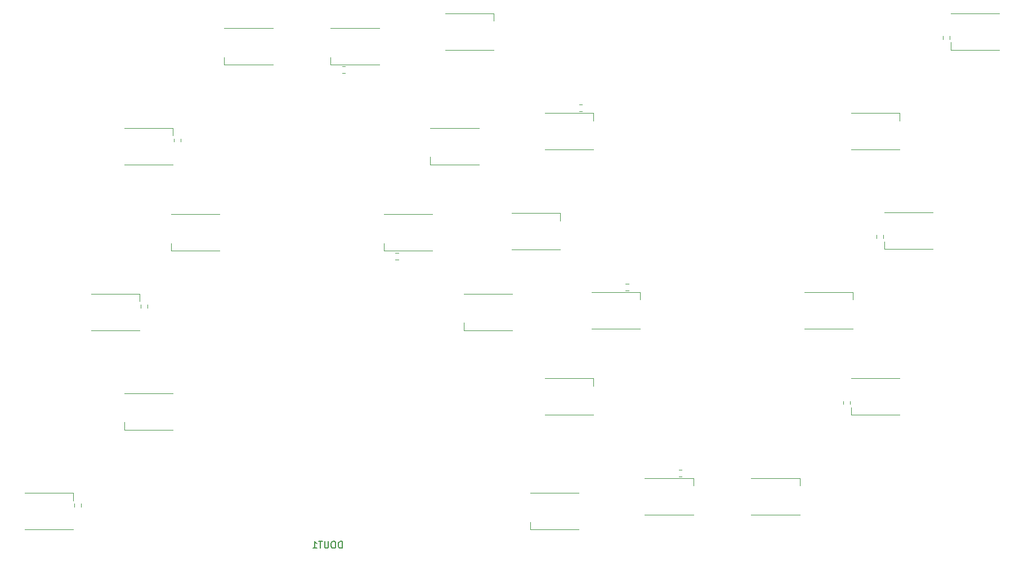
<source format=gbr>
%TF.GenerationSoftware,KiCad,Pcbnew,8.0.3*%
%TF.CreationDate,2024-12-20T11:05:53+01:00*%
%TF.ProjectId,christmas-tree,63687269-7374-46d6-9173-2d747265652e,rev?*%
%TF.SameCoordinates,Original*%
%TF.FileFunction,Legend,Bot*%
%TF.FilePolarity,Positive*%
%FSLAX46Y46*%
G04 Gerber Fmt 4.6, Leading zero omitted, Abs format (unit mm)*
G04 Created by KiCad (PCBNEW 8.0.3) date 2024-12-20 11:05:53*
%MOMM*%
%LPD*%
G01*
G04 APERTURE LIST*
%ADD10C,0.150000*%
%ADD11C,0.120000*%
G04 APERTURE END LIST*
D10*
X106616666Y-152004819D02*
X106616666Y-151004819D01*
X106616666Y-151004819D02*
X106378571Y-151004819D01*
X106378571Y-151004819D02*
X106235714Y-151052438D01*
X106235714Y-151052438D02*
X106140476Y-151147676D01*
X106140476Y-151147676D02*
X106092857Y-151242914D01*
X106092857Y-151242914D02*
X106045238Y-151433390D01*
X106045238Y-151433390D02*
X106045238Y-151576247D01*
X106045238Y-151576247D02*
X106092857Y-151766723D01*
X106092857Y-151766723D02*
X106140476Y-151861961D01*
X106140476Y-151861961D02*
X106235714Y-151957200D01*
X106235714Y-151957200D02*
X106378571Y-152004819D01*
X106378571Y-152004819D02*
X106616666Y-152004819D01*
X105426190Y-151004819D02*
X105235714Y-151004819D01*
X105235714Y-151004819D02*
X105140476Y-151052438D01*
X105140476Y-151052438D02*
X105045238Y-151147676D01*
X105045238Y-151147676D02*
X104997619Y-151338152D01*
X104997619Y-151338152D02*
X104997619Y-151671485D01*
X104997619Y-151671485D02*
X105045238Y-151861961D01*
X105045238Y-151861961D02*
X105140476Y-151957200D01*
X105140476Y-151957200D02*
X105235714Y-152004819D01*
X105235714Y-152004819D02*
X105426190Y-152004819D01*
X105426190Y-152004819D02*
X105521428Y-151957200D01*
X105521428Y-151957200D02*
X105616666Y-151861961D01*
X105616666Y-151861961D02*
X105664285Y-151671485D01*
X105664285Y-151671485D02*
X105664285Y-151338152D01*
X105664285Y-151338152D02*
X105616666Y-151147676D01*
X105616666Y-151147676D02*
X105521428Y-151052438D01*
X105521428Y-151052438D02*
X105426190Y-151004819D01*
X104569047Y-151004819D02*
X104569047Y-151814342D01*
X104569047Y-151814342D02*
X104521428Y-151909580D01*
X104521428Y-151909580D02*
X104473809Y-151957200D01*
X104473809Y-151957200D02*
X104378571Y-152004819D01*
X104378571Y-152004819D02*
X104188095Y-152004819D01*
X104188095Y-152004819D02*
X104092857Y-151957200D01*
X104092857Y-151957200D02*
X104045238Y-151909580D01*
X104045238Y-151909580D02*
X103997619Y-151814342D01*
X103997619Y-151814342D02*
X103997619Y-151004819D01*
X103664285Y-151004819D02*
X103092857Y-151004819D01*
X103378571Y-152004819D02*
X103378571Y-151004819D01*
X102235714Y-152004819D02*
X102807142Y-152004819D01*
X102521428Y-152004819D02*
X102521428Y-151004819D01*
X102521428Y-151004819D02*
X102616666Y-151147676D01*
X102616666Y-151147676D02*
X102711904Y-151242914D01*
X102711904Y-151242914D02*
X102807142Y-151290533D01*
D11*
%TO.C,D135*%
X198150000Y-76950000D02*
X205450000Y-76950000D01*
X198150000Y-75800000D02*
X198150000Y-76950000D01*
X198150000Y-71450000D02*
X205450000Y-71450000D01*
%TO.C,D114*%
X76200000Y-113700000D02*
X68900000Y-113700000D01*
X76200000Y-114850000D02*
X76200000Y-113700000D01*
X76200000Y-119200000D02*
X68900000Y-119200000D01*
%TO.C,D115*%
X80900000Y-101700000D02*
X88200000Y-101700000D01*
X80900000Y-106050000D02*
X80900000Y-107200000D01*
X80900000Y-107200000D02*
X88200000Y-107200000D01*
%TO.C,C109*%
X76327500Y-115787258D02*
X76327500Y-115312742D01*
X77372500Y-115787258D02*
X77372500Y-115312742D01*
%TO.C,D141*%
X159450000Y-146950000D02*
X152150000Y-146950000D01*
X159450000Y-142600000D02*
X159450000Y-141450000D01*
X159450000Y-141450000D02*
X152150000Y-141450000D01*
%TO.C,D119*%
X119900000Y-88700000D02*
X127200000Y-88700000D01*
X119900000Y-93050000D02*
X119900000Y-94200000D01*
X119900000Y-94200000D02*
X127200000Y-94200000D01*
%TO.C,D146*%
X129450000Y-76950000D02*
X122150000Y-76950000D01*
X129450000Y-72600000D02*
X129450000Y-71450000D01*
X129450000Y-71450000D02*
X122150000Y-71450000D01*
%TO.C,D117*%
X88900000Y-73700000D02*
X96200000Y-73700000D01*
X88900000Y-78050000D02*
X88900000Y-79200000D01*
X88900000Y-79200000D02*
X96200000Y-79200000D01*
%TO.C,C107*%
X81327500Y-90787258D02*
X81327500Y-90312742D01*
X82372500Y-90787258D02*
X82372500Y-90312742D01*
%TO.C,D144*%
X139450000Y-107050000D02*
X132150000Y-107050000D01*
X139450000Y-102700000D02*
X139450000Y-101550000D01*
X139450000Y-101550000D02*
X132150000Y-101550000D01*
%TO.C,D140*%
X175450000Y-146950000D02*
X168150000Y-146950000D01*
X175450000Y-142600000D02*
X175450000Y-141450000D01*
X175450000Y-141450000D02*
X168150000Y-141450000D01*
%TO.C,D145*%
X144450000Y-91950000D02*
X137150000Y-91950000D01*
X144450000Y-87600000D02*
X144450000Y-86450000D01*
X144450000Y-86450000D02*
X137150000Y-86450000D01*
%TO.C,C111*%
X66327500Y-145787258D02*
X66327500Y-145312742D01*
X67372500Y-145787258D02*
X67372500Y-145312742D01*
%TO.C,D120*%
X112900000Y-101700000D02*
X120200000Y-101700000D01*
X112900000Y-106050000D02*
X112900000Y-107200000D01*
X112900000Y-107200000D02*
X120200000Y-107200000D01*
%TO.C,D137*%
X188150000Y-106950000D02*
X195450000Y-106950000D01*
X188150000Y-105800000D02*
X188150000Y-106950000D01*
X188150000Y-101450000D02*
X195450000Y-101450000D01*
%TO.C,C105*%
X107087258Y-79427500D02*
X106612742Y-79427500D01*
X107087258Y-80472500D02*
X106612742Y-80472500D01*
%TO.C,D116*%
X81200000Y-88700000D02*
X73900000Y-88700000D01*
X81200000Y-89850000D02*
X81200000Y-88700000D01*
X81200000Y-94200000D02*
X73900000Y-94200000D01*
%TO.C,D118*%
X104900000Y-73700000D02*
X112200000Y-73700000D01*
X104900000Y-78050000D02*
X104900000Y-79200000D01*
X104900000Y-79200000D02*
X112200000Y-79200000D01*
%TO.C,D121*%
X124900000Y-113700000D02*
X132200000Y-113700000D01*
X124900000Y-118050000D02*
X124900000Y-119200000D01*
X124900000Y-119200000D02*
X132200000Y-119200000D01*
%TO.C,D138*%
X183450000Y-118950000D02*
X176150000Y-118950000D01*
X183450000Y-114600000D02*
X183450000Y-113450000D01*
X183450000Y-113450000D02*
X176150000Y-113450000D01*
%TO.C,D112*%
X66200000Y-143700000D02*
X58900000Y-143700000D01*
X66200000Y-144850000D02*
X66200000Y-143700000D01*
X66200000Y-149200000D02*
X58900000Y-149200000D01*
%TO.C,D143*%
X151450000Y-118950000D02*
X144150000Y-118950000D01*
X151450000Y-114600000D02*
X151450000Y-113450000D01*
X151450000Y-113450000D02*
X144150000Y-113450000D01*
%TO.C,C115*%
X149262742Y-113222500D02*
X149737258Y-113222500D01*
X149262742Y-112177500D02*
X149737258Y-112177500D01*
%TO.C,D142*%
X144450000Y-131950000D02*
X137150000Y-131950000D01*
X144450000Y-127600000D02*
X144450000Y-126450000D01*
X144450000Y-126450000D02*
X137150000Y-126450000D01*
%TO.C,D122*%
X134900000Y-143700000D02*
X142200000Y-143700000D01*
X134900000Y-148050000D02*
X134900000Y-149200000D01*
X134900000Y-149200000D02*
X142200000Y-149200000D01*
%TO.C,C103*%
X115087258Y-107527500D02*
X114612742Y-107527500D01*
X115087258Y-108572500D02*
X114612742Y-108572500D01*
%TO.C,C121*%
X188022500Y-104862742D02*
X188022500Y-105337258D01*
X186977500Y-104862742D02*
X186977500Y-105337258D01*
%TO.C,D136*%
X190450000Y-91950000D02*
X183150000Y-91950000D01*
X190450000Y-87600000D02*
X190450000Y-86450000D01*
X190450000Y-86450000D02*
X183150000Y-86450000D01*
%TO.C,C117*%
X157262742Y-141222500D02*
X157737258Y-141222500D01*
X157262742Y-140177500D02*
X157737258Y-140177500D01*
%TO.C,C113*%
X142262742Y-86222500D02*
X142737258Y-86222500D01*
X142262742Y-85177500D02*
X142737258Y-85177500D01*
%TO.C,D139*%
X183150000Y-131950000D02*
X190450000Y-131950000D01*
X183150000Y-130800000D02*
X183150000Y-131950000D01*
X183150000Y-126450000D02*
X190450000Y-126450000D01*
%TO.C,C123*%
X198022500Y-74862742D02*
X198022500Y-75337258D01*
X196977500Y-74862742D02*
X196977500Y-75337258D01*
%TO.C,D113*%
X73900000Y-128700000D02*
X81200000Y-128700000D01*
X73900000Y-133050000D02*
X73900000Y-134200000D01*
X73900000Y-134200000D02*
X81200000Y-134200000D01*
%TO.C,C119*%
X183022500Y-129862742D02*
X183022500Y-130337258D01*
X181977500Y-129862742D02*
X181977500Y-130337258D01*
%TD*%
M02*

</source>
